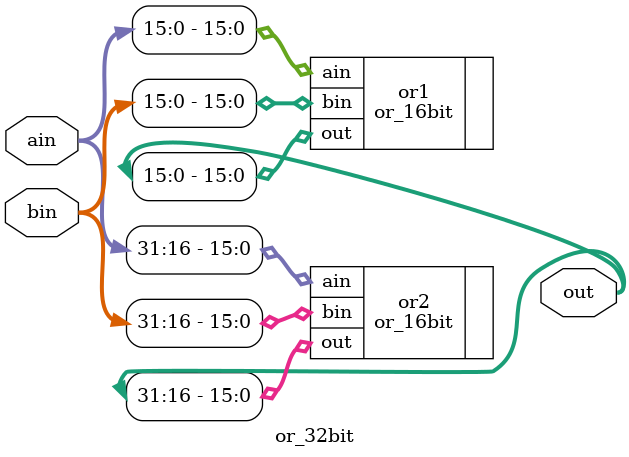
<source format=v>
module or_32bit (
	output [31:0] out,
	input [31:0] ain,
	input [31:0] bin
);
	or_16bit or1 (
		.out(out[15:0]),
		.ain(ain[15:0]),
		.bin(bin[15:0])
	);
	
	or_16bit or2 (
		.out(out[31:16]),
		.ain(ain[31:16]),
		.bin(bin[31:16])
	);
	
endmodule
</source>
